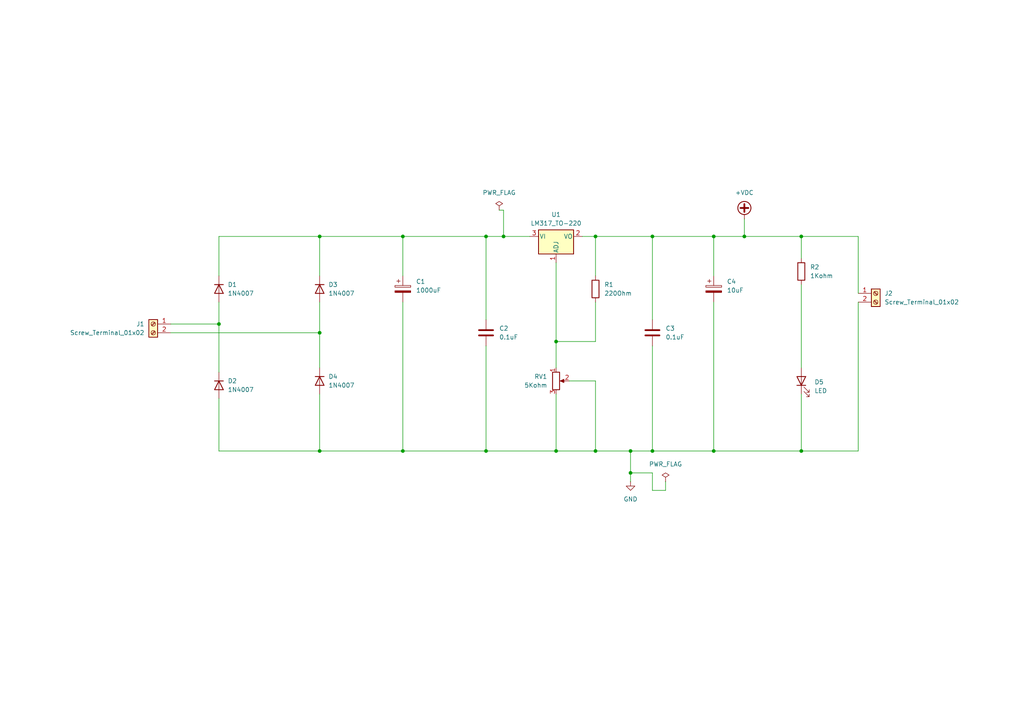
<source format=kicad_sch>
(kicad_sch
	(version 20231120)
	(generator "eeschema")
	(generator_version "8.0")
	(uuid "b4681161-c6ae-4efd-8c68-df7d3bd26204")
	(paper "A4")
	(lib_symbols
		(symbol "Connector:Screw_Terminal_01x02"
			(pin_names
				(offset 1.016) hide)
			(exclude_from_sim no)
			(in_bom yes)
			(on_board yes)
			(property "Reference" "J"
				(at 0 2.54 0)
				(effects
					(font
						(size 1.27 1.27)
					)
				)
			)
			(property "Value" "Screw_Terminal_01x02"
				(at 0 -5.08 0)
				(effects
					(font
						(size 1.27 1.27)
					)
				)
			)
			(property "Footprint" ""
				(at 0 0 0)
				(effects
					(font
						(size 1.27 1.27)
					)
					(hide yes)
				)
			)
			(property "Datasheet" "~"
				(at 0 0 0)
				(effects
					(font
						(size 1.27 1.27)
					)
					(hide yes)
				)
			)
			(property "Description" "Generic screw terminal, single row, 01x02, script generated (kicad-library-utils/schlib/autogen/connector/)"
				(at 0 0 0)
				(effects
					(font
						(size 1.27 1.27)
					)
					(hide yes)
				)
			)
			(property "ki_keywords" "screw terminal"
				(at 0 0 0)
				(effects
					(font
						(size 1.27 1.27)
					)
					(hide yes)
				)
			)
			(property "ki_fp_filters" "TerminalBlock*:*"
				(at 0 0 0)
				(effects
					(font
						(size 1.27 1.27)
					)
					(hide yes)
				)
			)
			(symbol "Screw_Terminal_01x02_1_1"
				(rectangle
					(start -1.27 1.27)
					(end 1.27 -3.81)
					(stroke
						(width 0.254)
						(type default)
					)
					(fill
						(type background)
					)
				)
				(circle
					(center 0 -2.54)
					(radius 0.635)
					(stroke
						(width 0.1524)
						(type default)
					)
					(fill
						(type none)
					)
				)
				(polyline
					(pts
						(xy -0.5334 -2.2098) (xy 0.3302 -3.048)
					)
					(stroke
						(width 0.1524)
						(type default)
					)
					(fill
						(type none)
					)
				)
				(polyline
					(pts
						(xy -0.5334 0.3302) (xy 0.3302 -0.508)
					)
					(stroke
						(width 0.1524)
						(type default)
					)
					(fill
						(type none)
					)
				)
				(polyline
					(pts
						(xy -0.3556 -2.032) (xy 0.508 -2.8702)
					)
					(stroke
						(width 0.1524)
						(type default)
					)
					(fill
						(type none)
					)
				)
				(polyline
					(pts
						(xy -0.3556 0.508) (xy 0.508 -0.3302)
					)
					(stroke
						(width 0.1524)
						(type default)
					)
					(fill
						(type none)
					)
				)
				(circle
					(center 0 0)
					(radius 0.635)
					(stroke
						(width 0.1524)
						(type default)
					)
					(fill
						(type none)
					)
				)
				(pin passive line
					(at -5.08 0 0)
					(length 3.81)
					(name "Pin_1"
						(effects
							(font
								(size 1.27 1.27)
							)
						)
					)
					(number "1"
						(effects
							(font
								(size 1.27 1.27)
							)
						)
					)
				)
				(pin passive line
					(at -5.08 -2.54 0)
					(length 3.81)
					(name "Pin_2"
						(effects
							(font
								(size 1.27 1.27)
							)
						)
					)
					(number "2"
						(effects
							(font
								(size 1.27 1.27)
							)
						)
					)
				)
			)
		)
		(symbol "Device:C"
			(pin_numbers hide)
			(pin_names
				(offset 0.254)
			)
			(exclude_from_sim no)
			(in_bom yes)
			(on_board yes)
			(property "Reference" "C"
				(at 0.635 2.54 0)
				(effects
					(font
						(size 1.27 1.27)
					)
					(justify left)
				)
			)
			(property "Value" "C"
				(at 0.635 -2.54 0)
				(effects
					(font
						(size 1.27 1.27)
					)
					(justify left)
				)
			)
			(property "Footprint" ""
				(at 0.9652 -3.81 0)
				(effects
					(font
						(size 1.27 1.27)
					)
					(hide yes)
				)
			)
			(property "Datasheet" "~"
				(at 0 0 0)
				(effects
					(font
						(size 1.27 1.27)
					)
					(hide yes)
				)
			)
			(property "Description" "Unpolarized capacitor"
				(at 0 0 0)
				(effects
					(font
						(size 1.27 1.27)
					)
					(hide yes)
				)
			)
			(property "ki_keywords" "cap capacitor"
				(at 0 0 0)
				(effects
					(font
						(size 1.27 1.27)
					)
					(hide yes)
				)
			)
			(property "ki_fp_filters" "C_*"
				(at 0 0 0)
				(effects
					(font
						(size 1.27 1.27)
					)
					(hide yes)
				)
			)
			(symbol "C_0_1"
				(polyline
					(pts
						(xy -2.032 -0.762) (xy 2.032 -0.762)
					)
					(stroke
						(width 0.508)
						(type default)
					)
					(fill
						(type none)
					)
				)
				(polyline
					(pts
						(xy -2.032 0.762) (xy 2.032 0.762)
					)
					(stroke
						(width 0.508)
						(type default)
					)
					(fill
						(type none)
					)
				)
			)
			(symbol "C_1_1"
				(pin passive line
					(at 0 3.81 270)
					(length 2.794)
					(name "~"
						(effects
							(font
								(size 1.27 1.27)
							)
						)
					)
					(number "1"
						(effects
							(font
								(size 1.27 1.27)
							)
						)
					)
				)
				(pin passive line
					(at 0 -3.81 90)
					(length 2.794)
					(name "~"
						(effects
							(font
								(size 1.27 1.27)
							)
						)
					)
					(number "2"
						(effects
							(font
								(size 1.27 1.27)
							)
						)
					)
				)
			)
		)
		(symbol "Device:C_Polarized"
			(pin_numbers hide)
			(pin_names
				(offset 0.254)
			)
			(exclude_from_sim no)
			(in_bom yes)
			(on_board yes)
			(property "Reference" "C"
				(at 0.635 2.54 0)
				(effects
					(font
						(size 1.27 1.27)
					)
					(justify left)
				)
			)
			(property "Value" "C_Polarized"
				(at 0.635 -2.54 0)
				(effects
					(font
						(size 1.27 1.27)
					)
					(justify left)
				)
			)
			(property "Footprint" ""
				(at 0.9652 -3.81 0)
				(effects
					(font
						(size 1.27 1.27)
					)
					(hide yes)
				)
			)
			(property "Datasheet" "~"
				(at 0 0 0)
				(effects
					(font
						(size 1.27 1.27)
					)
					(hide yes)
				)
			)
			(property "Description" "Polarized capacitor"
				(at 0 0 0)
				(effects
					(font
						(size 1.27 1.27)
					)
					(hide yes)
				)
			)
			(property "ki_keywords" "cap capacitor"
				(at 0 0 0)
				(effects
					(font
						(size 1.27 1.27)
					)
					(hide yes)
				)
			)
			(property "ki_fp_filters" "CP_*"
				(at 0 0 0)
				(effects
					(font
						(size 1.27 1.27)
					)
					(hide yes)
				)
			)
			(symbol "C_Polarized_0_1"
				(rectangle
					(start -2.286 0.508)
					(end 2.286 1.016)
					(stroke
						(width 0)
						(type default)
					)
					(fill
						(type none)
					)
				)
				(polyline
					(pts
						(xy -1.778 2.286) (xy -0.762 2.286)
					)
					(stroke
						(width 0)
						(type default)
					)
					(fill
						(type none)
					)
				)
				(polyline
					(pts
						(xy -1.27 2.794) (xy -1.27 1.778)
					)
					(stroke
						(width 0)
						(type default)
					)
					(fill
						(type none)
					)
				)
				(rectangle
					(start 2.286 -0.508)
					(end -2.286 -1.016)
					(stroke
						(width 0)
						(type default)
					)
					(fill
						(type outline)
					)
				)
			)
			(symbol "C_Polarized_1_1"
				(pin passive line
					(at 0 3.81 270)
					(length 2.794)
					(name "~"
						(effects
							(font
								(size 1.27 1.27)
							)
						)
					)
					(number "1"
						(effects
							(font
								(size 1.27 1.27)
							)
						)
					)
				)
				(pin passive line
					(at 0 -3.81 90)
					(length 2.794)
					(name "~"
						(effects
							(font
								(size 1.27 1.27)
							)
						)
					)
					(number "2"
						(effects
							(font
								(size 1.27 1.27)
							)
						)
					)
				)
			)
		)
		(symbol "Device:LED"
			(pin_numbers hide)
			(pin_names
				(offset 1.016) hide)
			(exclude_from_sim no)
			(in_bom yes)
			(on_board yes)
			(property "Reference" "D"
				(at 0 2.54 0)
				(effects
					(font
						(size 1.27 1.27)
					)
				)
			)
			(property "Value" "LED"
				(at 0 -2.54 0)
				(effects
					(font
						(size 1.27 1.27)
					)
				)
			)
			(property "Footprint" ""
				(at 0 0 0)
				(effects
					(font
						(size 1.27 1.27)
					)
					(hide yes)
				)
			)
			(property "Datasheet" "~"
				(at 0 0 0)
				(effects
					(font
						(size 1.27 1.27)
					)
					(hide yes)
				)
			)
			(property "Description" "Light emitting diode"
				(at 0 0 0)
				(effects
					(font
						(size 1.27 1.27)
					)
					(hide yes)
				)
			)
			(property "ki_keywords" "LED diode"
				(at 0 0 0)
				(effects
					(font
						(size 1.27 1.27)
					)
					(hide yes)
				)
			)
			(property "ki_fp_filters" "LED* LED_SMD:* LED_THT:*"
				(at 0 0 0)
				(effects
					(font
						(size 1.27 1.27)
					)
					(hide yes)
				)
			)
			(symbol "LED_0_1"
				(polyline
					(pts
						(xy -1.27 -1.27) (xy -1.27 1.27)
					)
					(stroke
						(width 0.254)
						(type default)
					)
					(fill
						(type none)
					)
				)
				(polyline
					(pts
						(xy -1.27 0) (xy 1.27 0)
					)
					(stroke
						(width 0)
						(type default)
					)
					(fill
						(type none)
					)
				)
				(polyline
					(pts
						(xy 1.27 -1.27) (xy 1.27 1.27) (xy -1.27 0) (xy 1.27 -1.27)
					)
					(stroke
						(width 0.254)
						(type default)
					)
					(fill
						(type none)
					)
				)
				(polyline
					(pts
						(xy -3.048 -0.762) (xy -4.572 -2.286) (xy -3.81 -2.286) (xy -4.572 -2.286) (xy -4.572 -1.524)
					)
					(stroke
						(width 0)
						(type default)
					)
					(fill
						(type none)
					)
				)
				(polyline
					(pts
						(xy -1.778 -0.762) (xy -3.302 -2.286) (xy -2.54 -2.286) (xy -3.302 -2.286) (xy -3.302 -1.524)
					)
					(stroke
						(width 0)
						(type default)
					)
					(fill
						(type none)
					)
				)
			)
			(symbol "LED_1_1"
				(pin passive line
					(at -3.81 0 0)
					(length 2.54)
					(name "K"
						(effects
							(font
								(size 1.27 1.27)
							)
						)
					)
					(number "1"
						(effects
							(font
								(size 1.27 1.27)
							)
						)
					)
				)
				(pin passive line
					(at 3.81 0 180)
					(length 2.54)
					(name "A"
						(effects
							(font
								(size 1.27 1.27)
							)
						)
					)
					(number "2"
						(effects
							(font
								(size 1.27 1.27)
							)
						)
					)
				)
			)
		)
		(symbol "Device:R"
			(pin_numbers hide)
			(pin_names
				(offset 0)
			)
			(exclude_from_sim no)
			(in_bom yes)
			(on_board yes)
			(property "Reference" "R"
				(at 2.032 0 90)
				(effects
					(font
						(size 1.27 1.27)
					)
				)
			)
			(property "Value" "R"
				(at 0 0 90)
				(effects
					(font
						(size 1.27 1.27)
					)
				)
			)
			(property "Footprint" ""
				(at -1.778 0 90)
				(effects
					(font
						(size 1.27 1.27)
					)
					(hide yes)
				)
			)
			(property "Datasheet" "~"
				(at 0 0 0)
				(effects
					(font
						(size 1.27 1.27)
					)
					(hide yes)
				)
			)
			(property "Description" "Resistor"
				(at 0 0 0)
				(effects
					(font
						(size 1.27 1.27)
					)
					(hide yes)
				)
			)
			(property "ki_keywords" "R res resistor"
				(at 0 0 0)
				(effects
					(font
						(size 1.27 1.27)
					)
					(hide yes)
				)
			)
			(property "ki_fp_filters" "R_*"
				(at 0 0 0)
				(effects
					(font
						(size 1.27 1.27)
					)
					(hide yes)
				)
			)
			(symbol "R_0_1"
				(rectangle
					(start -1.016 -2.54)
					(end 1.016 2.54)
					(stroke
						(width 0.254)
						(type default)
					)
					(fill
						(type none)
					)
				)
			)
			(symbol "R_1_1"
				(pin passive line
					(at 0 3.81 270)
					(length 1.27)
					(name "~"
						(effects
							(font
								(size 1.27 1.27)
							)
						)
					)
					(number "1"
						(effects
							(font
								(size 1.27 1.27)
							)
						)
					)
				)
				(pin passive line
					(at 0 -3.81 90)
					(length 1.27)
					(name "~"
						(effects
							(font
								(size 1.27 1.27)
							)
						)
					)
					(number "2"
						(effects
							(font
								(size 1.27 1.27)
							)
						)
					)
				)
			)
		)
		(symbol "Device:R_Potentiometer"
			(pin_names
				(offset 1.016) hide)
			(exclude_from_sim no)
			(in_bom yes)
			(on_board yes)
			(property "Reference" "RV"
				(at -4.445 0 90)
				(effects
					(font
						(size 1.27 1.27)
					)
				)
			)
			(property "Value" "R_Potentiometer"
				(at -2.54 0 90)
				(effects
					(font
						(size 1.27 1.27)
					)
				)
			)
			(property "Footprint" ""
				(at 0 0 0)
				(effects
					(font
						(size 1.27 1.27)
					)
					(hide yes)
				)
			)
			(property "Datasheet" "~"
				(at 0 0 0)
				(effects
					(font
						(size 1.27 1.27)
					)
					(hide yes)
				)
			)
			(property "Description" "Potentiometer"
				(at 0 0 0)
				(effects
					(font
						(size 1.27 1.27)
					)
					(hide yes)
				)
			)
			(property "ki_keywords" "resistor variable"
				(at 0 0 0)
				(effects
					(font
						(size 1.27 1.27)
					)
					(hide yes)
				)
			)
			(property "ki_fp_filters" "Potentiometer*"
				(at 0 0 0)
				(effects
					(font
						(size 1.27 1.27)
					)
					(hide yes)
				)
			)
			(symbol "R_Potentiometer_0_1"
				(polyline
					(pts
						(xy 2.54 0) (xy 1.524 0)
					)
					(stroke
						(width 0)
						(type default)
					)
					(fill
						(type none)
					)
				)
				(polyline
					(pts
						(xy 1.143 0) (xy 2.286 0.508) (xy 2.286 -0.508) (xy 1.143 0)
					)
					(stroke
						(width 0)
						(type default)
					)
					(fill
						(type outline)
					)
				)
				(rectangle
					(start 1.016 2.54)
					(end -1.016 -2.54)
					(stroke
						(width 0.254)
						(type default)
					)
					(fill
						(type none)
					)
				)
			)
			(symbol "R_Potentiometer_1_1"
				(pin passive line
					(at 0 3.81 270)
					(length 1.27)
					(name "1"
						(effects
							(font
								(size 1.27 1.27)
							)
						)
					)
					(number "1"
						(effects
							(font
								(size 1.27 1.27)
							)
						)
					)
				)
				(pin passive line
					(at 3.81 0 180)
					(length 1.27)
					(name "2"
						(effects
							(font
								(size 1.27 1.27)
							)
						)
					)
					(number "2"
						(effects
							(font
								(size 1.27 1.27)
							)
						)
					)
				)
				(pin passive line
					(at 0 -3.81 90)
					(length 1.27)
					(name "3"
						(effects
							(font
								(size 1.27 1.27)
							)
						)
					)
					(number "3"
						(effects
							(font
								(size 1.27 1.27)
							)
						)
					)
				)
			)
		)
		(symbol "Diode:1N4007"
			(pin_numbers hide)
			(pin_names hide)
			(exclude_from_sim no)
			(in_bom yes)
			(on_board yes)
			(property "Reference" "D"
				(at 0 2.54 0)
				(effects
					(font
						(size 1.27 1.27)
					)
				)
			)
			(property "Value" "1N4007"
				(at 0 -2.54 0)
				(effects
					(font
						(size 1.27 1.27)
					)
				)
			)
			(property "Footprint" "Diode_THT:D_DO-41_SOD81_P10.16mm_Horizontal"
				(at 0 -4.445 0)
				(effects
					(font
						(size 1.27 1.27)
					)
					(hide yes)
				)
			)
			(property "Datasheet" "http://www.vishay.com/docs/88503/1n4001.pdf"
				(at 0 0 0)
				(effects
					(font
						(size 1.27 1.27)
					)
					(hide yes)
				)
			)
			(property "Description" "1000V 1A General Purpose Rectifier Diode, DO-41"
				(at 0 0 0)
				(effects
					(font
						(size 1.27 1.27)
					)
					(hide yes)
				)
			)
			(property "Sim.Device" "D"
				(at 0 0 0)
				(effects
					(font
						(size 1.27 1.27)
					)
					(hide yes)
				)
			)
			(property "Sim.Pins" "1=K 2=A"
				(at 0 0 0)
				(effects
					(font
						(size 1.27 1.27)
					)
					(hide yes)
				)
			)
			(property "ki_keywords" "diode"
				(at 0 0 0)
				(effects
					(font
						(size 1.27 1.27)
					)
					(hide yes)
				)
			)
			(property "ki_fp_filters" "D*DO?41*"
				(at 0 0 0)
				(effects
					(font
						(size 1.27 1.27)
					)
					(hide yes)
				)
			)
			(symbol "1N4007_0_1"
				(polyline
					(pts
						(xy -1.27 1.27) (xy -1.27 -1.27)
					)
					(stroke
						(width 0.254)
						(type default)
					)
					(fill
						(type none)
					)
				)
				(polyline
					(pts
						(xy 1.27 0) (xy -1.27 0)
					)
					(stroke
						(width 0)
						(type default)
					)
					(fill
						(type none)
					)
				)
				(polyline
					(pts
						(xy 1.27 1.27) (xy 1.27 -1.27) (xy -1.27 0) (xy 1.27 1.27)
					)
					(stroke
						(width 0.254)
						(type default)
					)
					(fill
						(type none)
					)
				)
			)
			(symbol "1N4007_1_1"
				(pin passive line
					(at -3.81 0 0)
					(length 2.54)
					(name "K"
						(effects
							(font
								(size 1.27 1.27)
							)
						)
					)
					(number "1"
						(effects
							(font
								(size 1.27 1.27)
							)
						)
					)
				)
				(pin passive line
					(at 3.81 0 180)
					(length 2.54)
					(name "A"
						(effects
							(font
								(size 1.27 1.27)
							)
						)
					)
					(number "2"
						(effects
							(font
								(size 1.27 1.27)
							)
						)
					)
				)
			)
		)
		(symbol "Regulator_Linear:LM317_TO-220"
			(pin_names
				(offset 0.254)
			)
			(exclude_from_sim no)
			(in_bom yes)
			(on_board yes)
			(property "Reference" "U"
				(at -3.81 3.175 0)
				(effects
					(font
						(size 1.27 1.27)
					)
				)
			)
			(property "Value" "LM317_TO-220"
				(at 0 3.175 0)
				(effects
					(font
						(size 1.27 1.27)
					)
					(justify left)
				)
			)
			(property "Footprint" "Package_TO_SOT_THT:TO-220-3_Vertical"
				(at 0 6.35 0)
				(effects
					(font
						(size 1.27 1.27)
						(italic yes)
					)
					(hide yes)
				)
			)
			(property "Datasheet" "http://www.ti.com/lit/ds/symlink/lm317.pdf"
				(at 0 0 0)
				(effects
					(font
						(size 1.27 1.27)
					)
					(hide yes)
				)
			)
			(property "Description" "1.5A 35V Adjustable Linear Regulator, TO-220"
				(at 0 0 0)
				(effects
					(font
						(size 1.27 1.27)
					)
					(hide yes)
				)
			)
			(property "ki_keywords" "Adjustable Voltage Regulator 1A Positive"
				(at 0 0 0)
				(effects
					(font
						(size 1.27 1.27)
					)
					(hide yes)
				)
			)
			(property "ki_fp_filters" "TO?220*"
				(at 0 0 0)
				(effects
					(font
						(size 1.27 1.27)
					)
					(hide yes)
				)
			)
			(symbol "LM317_TO-220_0_1"
				(rectangle
					(start -5.08 1.905)
					(end 5.08 -5.08)
					(stroke
						(width 0.254)
						(type default)
					)
					(fill
						(type background)
					)
				)
			)
			(symbol "LM317_TO-220_1_1"
				(pin input line
					(at 0 -7.62 90)
					(length 2.54)
					(name "ADJ"
						(effects
							(font
								(size 1.27 1.27)
							)
						)
					)
					(number "1"
						(effects
							(font
								(size 1.27 1.27)
							)
						)
					)
				)
				(pin power_out line
					(at 7.62 0 180)
					(length 2.54)
					(name "VO"
						(effects
							(font
								(size 1.27 1.27)
							)
						)
					)
					(number "2"
						(effects
							(font
								(size 1.27 1.27)
							)
						)
					)
				)
				(pin power_in line
					(at -7.62 0 0)
					(length 2.54)
					(name "VI"
						(effects
							(font
								(size 1.27 1.27)
							)
						)
					)
					(number "3"
						(effects
							(font
								(size 1.27 1.27)
							)
						)
					)
				)
			)
		)
		(symbol "power:+VDC"
			(power)
			(pin_numbers hide)
			(pin_names
				(offset 0) hide)
			(exclude_from_sim no)
			(in_bom yes)
			(on_board yes)
			(property "Reference" "#PWR"
				(at 0 -2.54 0)
				(effects
					(font
						(size 1.27 1.27)
					)
					(hide yes)
				)
			)
			(property "Value" "+VDC"
				(at 0 6.35 0)
				(effects
					(font
						(size 1.27 1.27)
					)
				)
			)
			(property "Footprint" ""
				(at 0 0 0)
				(effects
					(font
						(size 1.27 1.27)
					)
					(hide yes)
				)
			)
			(property "Datasheet" ""
				(at 0 0 0)
				(effects
					(font
						(size 1.27 1.27)
					)
					(hide yes)
				)
			)
			(property "Description" "Power symbol creates a global label with name \"+VDC\""
				(at 0 0 0)
				(effects
					(font
						(size 1.27 1.27)
					)
					(hide yes)
				)
			)
			(property "ki_keywords" "global power"
				(at 0 0 0)
				(effects
					(font
						(size 1.27 1.27)
					)
					(hide yes)
				)
			)
			(symbol "+VDC_0_1"
				(polyline
					(pts
						(xy -1.143 3.175) (xy 1.143 3.175)
					)
					(stroke
						(width 0.508)
						(type default)
					)
					(fill
						(type none)
					)
				)
				(polyline
					(pts
						(xy 0 0) (xy 0 1.27)
					)
					(stroke
						(width 0)
						(type default)
					)
					(fill
						(type none)
					)
				)
				(polyline
					(pts
						(xy 0 2.032) (xy 0 4.318)
					)
					(stroke
						(width 0.508)
						(type default)
					)
					(fill
						(type none)
					)
				)
				(circle
					(center 0 3.175)
					(radius 1.905)
					(stroke
						(width 0.254)
						(type default)
					)
					(fill
						(type none)
					)
				)
			)
			(symbol "+VDC_1_1"
				(pin power_in line
					(at 0 0 90)
					(length 0)
					(name "~"
						(effects
							(font
								(size 1.27 1.27)
							)
						)
					)
					(number "1"
						(effects
							(font
								(size 1.27 1.27)
							)
						)
					)
				)
			)
		)
		(symbol "power:GND"
			(power)
			(pin_numbers hide)
			(pin_names
				(offset 0) hide)
			(exclude_from_sim no)
			(in_bom yes)
			(on_board yes)
			(property "Reference" "#PWR"
				(at 0 -6.35 0)
				(effects
					(font
						(size 1.27 1.27)
					)
					(hide yes)
				)
			)
			(property "Value" "GND"
				(at 0 -3.81 0)
				(effects
					(font
						(size 1.27 1.27)
					)
				)
			)
			(property "Footprint" ""
				(at 0 0 0)
				(effects
					(font
						(size 1.27 1.27)
					)
					(hide yes)
				)
			)
			(property "Datasheet" ""
				(at 0 0 0)
				(effects
					(font
						(size 1.27 1.27)
					)
					(hide yes)
				)
			)
			(property "Description" "Power symbol creates a global label with name \"GND\" , ground"
				(at 0 0 0)
				(effects
					(font
						(size 1.27 1.27)
					)
					(hide yes)
				)
			)
			(property "ki_keywords" "global power"
				(at 0 0 0)
				(effects
					(font
						(size 1.27 1.27)
					)
					(hide yes)
				)
			)
			(symbol "GND_0_1"
				(polyline
					(pts
						(xy 0 0) (xy 0 -1.27) (xy 1.27 -1.27) (xy 0 -2.54) (xy -1.27 -1.27) (xy 0 -1.27)
					)
					(stroke
						(width 0)
						(type default)
					)
					(fill
						(type none)
					)
				)
			)
			(symbol "GND_1_1"
				(pin power_in line
					(at 0 0 270)
					(length 0)
					(name "~"
						(effects
							(font
								(size 1.27 1.27)
							)
						)
					)
					(number "1"
						(effects
							(font
								(size 1.27 1.27)
							)
						)
					)
				)
			)
		)
		(symbol "power:PWR_FLAG"
			(power)
			(pin_numbers hide)
			(pin_names
				(offset 0) hide)
			(exclude_from_sim no)
			(in_bom yes)
			(on_board yes)
			(property "Reference" "#FLG"
				(at 0 1.905 0)
				(effects
					(font
						(size 1.27 1.27)
					)
					(hide yes)
				)
			)
			(property "Value" "PWR_FLAG"
				(at 0 3.81 0)
				(effects
					(font
						(size 1.27 1.27)
					)
				)
			)
			(property "Footprint" ""
				(at 0 0 0)
				(effects
					(font
						(size 1.27 1.27)
					)
					(hide yes)
				)
			)
			(property "Datasheet" "~"
				(at 0 0 0)
				(effects
					(font
						(size 1.27 1.27)
					)
					(hide yes)
				)
			)
			(property "Description" "Special symbol for telling ERC where power comes from"
				(at 0 0 0)
				(effects
					(font
						(size 1.27 1.27)
					)
					(hide yes)
				)
			)
			(property "ki_keywords" "flag power"
				(at 0 0 0)
				(effects
					(font
						(size 1.27 1.27)
					)
					(hide yes)
				)
			)
			(symbol "PWR_FLAG_0_0"
				(pin power_out line
					(at 0 0 90)
					(length 0)
					(name "~"
						(effects
							(font
								(size 1.27 1.27)
							)
						)
					)
					(number "1"
						(effects
							(font
								(size 1.27 1.27)
							)
						)
					)
				)
			)
			(symbol "PWR_FLAG_0_1"
				(polyline
					(pts
						(xy 0 0) (xy 0 1.27) (xy -1.016 1.905) (xy 0 2.54) (xy 1.016 1.905) (xy 0 1.27)
					)
					(stroke
						(width 0)
						(type default)
					)
					(fill
						(type none)
					)
				)
			)
		)
	)
	(junction
		(at 92.71 130.81)
		(diameter 0)
		(color 0 0 0 0)
		(uuid "08164d57-6bd9-43a1-b0ee-8d893d4e754e")
	)
	(junction
		(at 146.05 68.58)
		(diameter 0)
		(color 0 0 0 0)
		(uuid "08b74d22-8507-4b5b-9b4a-aa1dfd272a20")
	)
	(junction
		(at 116.84 68.58)
		(diameter 0)
		(color 0 0 0 0)
		(uuid "08ba1914-676e-4476-9b38-ea668adf4ec4")
	)
	(junction
		(at 182.88 137.16)
		(diameter 0)
		(color 0 0 0 0)
		(uuid "109d2997-08e2-47e1-bb0c-4f5eb9a3bba6")
	)
	(junction
		(at 172.72 68.58)
		(diameter 0)
		(color 0 0 0 0)
		(uuid "1ce05437-18b9-445b-9cf6-7b92eb8c9036")
	)
	(junction
		(at 161.29 99.06)
		(diameter 0)
		(color 0 0 0 0)
		(uuid "2623149e-c7ae-4ab1-b741-ed2488a65280")
	)
	(junction
		(at 172.72 130.81)
		(diameter 0)
		(color 0 0 0 0)
		(uuid "2bb9137f-b910-45ed-9b52-157c6f51e101")
	)
	(junction
		(at 140.97 68.58)
		(diameter 0)
		(color 0 0 0 0)
		(uuid "529d0c12-bf81-498d-bc7c-c2e814237bdb")
	)
	(junction
		(at 215.9 68.58)
		(diameter 0)
		(color 0 0 0 0)
		(uuid "584158c2-64f0-485d-9bb0-059f5b6eadda")
	)
	(junction
		(at 182.88 130.81)
		(diameter 0)
		(color 0 0 0 0)
		(uuid "65b61034-0ae2-423d-950d-5848f88948eb")
	)
	(junction
		(at 161.29 130.81)
		(diameter 0)
		(color 0 0 0 0)
		(uuid "7bf17aca-76b9-4139-b9fe-a3fdd512d4f2")
	)
	(junction
		(at 92.71 96.52)
		(diameter 0)
		(color 0 0 0 0)
		(uuid "a1132b90-72be-4b34-81ac-5a993b5dfd1e")
	)
	(junction
		(at 207.01 130.81)
		(diameter 0)
		(color 0 0 0 0)
		(uuid "b7f01506-077a-41ca-9407-1aa8f835df07")
	)
	(junction
		(at 189.23 68.58)
		(diameter 0)
		(color 0 0 0 0)
		(uuid "b8f6bedb-55a8-4007-8536-664efc83a920")
	)
	(junction
		(at 116.84 130.81)
		(diameter 0)
		(color 0 0 0 0)
		(uuid "c566e034-5849-427e-add1-7ed7e6c0f9a2")
	)
	(junction
		(at 232.41 130.81)
		(diameter 0)
		(color 0 0 0 0)
		(uuid "c9df1c22-e3a3-42eb-9576-947dd456873f")
	)
	(junction
		(at 140.97 130.81)
		(diameter 0)
		(color 0 0 0 0)
		(uuid "cdeeb4c0-d9b5-4d21-8f2e-22ade7a96b02")
	)
	(junction
		(at 189.23 130.81)
		(diameter 0)
		(color 0 0 0 0)
		(uuid "dd632014-cd86-41d8-bd98-3a7b4ca1360d")
	)
	(junction
		(at 63.5 93.98)
		(diameter 0)
		(color 0 0 0 0)
		(uuid "eb78dd67-0ac8-4235-8653-8436eeff0c4a")
	)
	(junction
		(at 207.01 68.58)
		(diameter 0)
		(color 0 0 0 0)
		(uuid "eb7e4128-881b-4238-b3a4-c54946026b04")
	)
	(junction
		(at 92.71 68.58)
		(diameter 0)
		(color 0 0 0 0)
		(uuid "efde7aa6-e272-44b6-abea-a85f104a5d85")
	)
	(junction
		(at 232.41 68.58)
		(diameter 0)
		(color 0 0 0 0)
		(uuid "f4fda835-d8e4-4cbf-8bb7-77c0173290af")
	)
	(wire
		(pts
			(xy 168.91 68.58) (xy 172.72 68.58)
		)
		(stroke
			(width 0)
			(type default)
		)
		(uuid "03df675c-c262-424d-9471-4e9046392077")
	)
	(wire
		(pts
			(xy 232.41 82.55) (xy 232.41 106.68)
		)
		(stroke
			(width 0)
			(type default)
		)
		(uuid "04da72cb-c3e5-4623-afb5-fc4f635013b3")
	)
	(wire
		(pts
			(xy 144.78 60.96) (xy 146.05 60.96)
		)
		(stroke
			(width 0)
			(type default)
		)
		(uuid "05db55fb-2696-4e90-af3d-0f2c5eacb29a")
	)
	(wire
		(pts
			(xy 63.5 115.57) (xy 63.5 130.81)
		)
		(stroke
			(width 0)
			(type default)
		)
		(uuid "07b655ae-78fa-43ba-a914-fbb1d5e2b009")
	)
	(wire
		(pts
			(xy 140.97 100.33) (xy 140.97 130.81)
		)
		(stroke
			(width 0)
			(type default)
		)
		(uuid "0b4ebcac-e640-4476-ae02-4eac91ff0060")
	)
	(wire
		(pts
			(xy 165.1 110.49) (xy 172.72 110.49)
		)
		(stroke
			(width 0)
			(type default)
		)
		(uuid "0e79cad1-1576-40c2-a14b-c1adf4af5714")
	)
	(wire
		(pts
			(xy 92.71 114.3) (xy 92.71 130.81)
		)
		(stroke
			(width 0)
			(type default)
		)
		(uuid "0f472011-0e6b-4e6d-bc7b-ebd6a9b4c31a")
	)
	(wire
		(pts
			(xy 248.92 130.81) (xy 248.92 87.63)
		)
		(stroke
			(width 0)
			(type default)
		)
		(uuid "16e66496-8247-40c2-92bb-9342919a9378")
	)
	(wire
		(pts
			(xy 182.88 137.16) (xy 189.23 137.16)
		)
		(stroke
			(width 0)
			(type default)
		)
		(uuid "180b29f8-7e2b-4a86-b1d3-de0610d4f428")
	)
	(wire
		(pts
			(xy 63.5 93.98) (xy 63.5 107.95)
		)
		(stroke
			(width 0)
			(type default)
		)
		(uuid "1a297b6e-5626-4a8f-ae44-d18531099fe5")
	)
	(wire
		(pts
			(xy 49.53 93.98) (xy 63.5 93.98)
		)
		(stroke
			(width 0)
			(type default)
		)
		(uuid "23580e3b-613e-430f-b1e3-c728073cd857")
	)
	(wire
		(pts
			(xy 207.01 68.58) (xy 207.01 80.01)
		)
		(stroke
			(width 0)
			(type default)
		)
		(uuid "23ecd1da-f875-4353-a187-820dd4b64bf9")
	)
	(wire
		(pts
			(xy 146.05 60.96) (xy 146.05 68.58)
		)
		(stroke
			(width 0)
			(type default)
		)
		(uuid "2c37a7bc-17f6-489d-bfaa-225f76407811")
	)
	(wire
		(pts
			(xy 182.88 130.81) (xy 182.88 137.16)
		)
		(stroke
			(width 0)
			(type default)
		)
		(uuid "33e39198-f612-420c-bdbd-6519062c4e39")
	)
	(wire
		(pts
			(xy 172.72 68.58) (xy 189.23 68.58)
		)
		(stroke
			(width 0)
			(type default)
		)
		(uuid "393de3d4-0025-40ae-abc7-5fb44d0373ea")
	)
	(wire
		(pts
			(xy 92.71 68.58) (xy 92.71 80.01)
		)
		(stroke
			(width 0)
			(type default)
		)
		(uuid "3e6562bb-369d-4de5-ad5b-cfbfb9bf18a3")
	)
	(wire
		(pts
			(xy 161.29 99.06) (xy 161.29 106.68)
		)
		(stroke
			(width 0)
			(type default)
		)
		(uuid "407b32ad-01fc-4c14-98d0-afb2cc4498df")
	)
	(wire
		(pts
			(xy 172.72 130.81) (xy 182.88 130.81)
		)
		(stroke
			(width 0)
			(type default)
		)
		(uuid "441783e0-208b-4831-be29-725fa326a451")
	)
	(wire
		(pts
			(xy 207.01 87.63) (xy 207.01 130.81)
		)
		(stroke
			(width 0)
			(type default)
		)
		(uuid "46cec357-8d66-436e-99a8-5b8ca7decdf1")
	)
	(wire
		(pts
			(xy 140.97 130.81) (xy 161.29 130.81)
		)
		(stroke
			(width 0)
			(type default)
		)
		(uuid "49b428bd-2a41-4bc6-b544-9bc9410454e3")
	)
	(wire
		(pts
			(xy 189.23 68.58) (xy 207.01 68.58)
		)
		(stroke
			(width 0)
			(type default)
		)
		(uuid "5489c9c6-ea97-421f-9b1f-75dc59d9355a")
	)
	(wire
		(pts
			(xy 92.71 96.52) (xy 92.71 106.68)
		)
		(stroke
			(width 0)
			(type default)
		)
		(uuid "580b319a-c261-4d78-ad07-49ad751722b3")
	)
	(wire
		(pts
			(xy 49.53 96.52) (xy 92.71 96.52)
		)
		(stroke
			(width 0)
			(type default)
		)
		(uuid "5bbf9bf1-7a7b-4916-aa47-adf1f56e0877")
	)
	(wire
		(pts
			(xy 182.88 137.16) (xy 182.88 139.7)
		)
		(stroke
			(width 0)
			(type default)
		)
		(uuid "5d77e84c-4a6f-4ae7-9889-0989d6bb47ec")
	)
	(wire
		(pts
			(xy 116.84 68.58) (xy 92.71 68.58)
		)
		(stroke
			(width 0)
			(type default)
		)
		(uuid "69574f06-f1b2-4a8f-93a6-65791d07823e")
	)
	(wire
		(pts
			(xy 161.29 76.2) (xy 161.29 99.06)
		)
		(stroke
			(width 0)
			(type default)
		)
		(uuid "6c57e5a6-4826-4013-9f08-4068df4b8f58")
	)
	(wire
		(pts
			(xy 140.97 68.58) (xy 146.05 68.58)
		)
		(stroke
			(width 0)
			(type default)
		)
		(uuid "71efec0a-ee5c-47f4-af11-eac146744885")
	)
	(wire
		(pts
			(xy 189.23 68.58) (xy 189.23 92.71)
		)
		(stroke
			(width 0)
			(type default)
		)
		(uuid "73038293-b9e7-4930-a5d4-9a39042c59ee")
	)
	(wire
		(pts
			(xy 232.41 68.58) (xy 232.41 74.93)
		)
		(stroke
			(width 0)
			(type default)
		)
		(uuid "7675fcc4-916d-44a2-8a42-6e16aabf42b8")
	)
	(wire
		(pts
			(xy 189.23 100.33) (xy 189.23 130.81)
		)
		(stroke
			(width 0)
			(type default)
		)
		(uuid "7d62b02b-4574-4431-902d-a8f7119fd641")
	)
	(wire
		(pts
			(xy 189.23 130.81) (xy 207.01 130.81)
		)
		(stroke
			(width 0)
			(type default)
		)
		(uuid "7f7082c9-3316-4e0a-a57f-b31eb0f246a7")
	)
	(wire
		(pts
			(xy 92.71 130.81) (xy 116.84 130.81)
		)
		(stroke
			(width 0)
			(type default)
		)
		(uuid "7f944490-428d-42e9-945a-f5da7c80c413")
	)
	(wire
		(pts
			(xy 161.29 130.81) (xy 172.72 130.81)
		)
		(stroke
			(width 0)
			(type default)
		)
		(uuid "837334c6-4e7e-419a-aeb2-94eb938db93c")
	)
	(wire
		(pts
			(xy 232.41 114.3) (xy 232.41 130.81)
		)
		(stroke
			(width 0)
			(type default)
		)
		(uuid "867e787d-35ac-4e68-8397-441cfc588ee6")
	)
	(wire
		(pts
			(xy 161.29 114.3) (xy 161.29 130.81)
		)
		(stroke
			(width 0)
			(type default)
		)
		(uuid "91be3c9a-c87d-41ba-8f3b-8f835d5e3d5d")
	)
	(wire
		(pts
			(xy 189.23 137.16) (xy 189.23 142.24)
		)
		(stroke
			(width 0)
			(type default)
		)
		(uuid "98b47922-39b5-4c35-9c45-ae9f41b038fd")
	)
	(wire
		(pts
			(xy 92.71 68.58) (xy 63.5 68.58)
		)
		(stroke
			(width 0)
			(type default)
		)
		(uuid "9b57bcf0-0ef3-4f7a-b282-21b6cfb12817")
	)
	(wire
		(pts
			(xy 63.5 68.58) (xy 63.5 80.01)
		)
		(stroke
			(width 0)
			(type default)
		)
		(uuid "9b6a0e96-ff84-4df6-ba24-642f60b107e1")
	)
	(wire
		(pts
			(xy 189.23 142.24) (xy 193.04 142.24)
		)
		(stroke
			(width 0)
			(type default)
		)
		(uuid "9dfd1ca5-0657-499c-932a-1f258c3771b1")
	)
	(wire
		(pts
			(xy 172.72 110.49) (xy 172.72 130.81)
		)
		(stroke
			(width 0)
			(type default)
		)
		(uuid "9e0516e6-db6d-40a8-b1d1-3a18f71eaa65")
	)
	(wire
		(pts
			(xy 215.9 68.58) (xy 232.41 68.58)
		)
		(stroke
			(width 0)
			(type default)
		)
		(uuid "9e4e6618-1d2e-4e09-a240-7a4e4070e820")
	)
	(wire
		(pts
			(xy 232.41 130.81) (xy 248.92 130.81)
		)
		(stroke
			(width 0)
			(type default)
		)
		(uuid "a343e61c-67ba-436e-a940-bb3d192e842e")
	)
	(wire
		(pts
			(xy 116.84 87.63) (xy 116.84 130.81)
		)
		(stroke
			(width 0)
			(type default)
		)
		(uuid "a57393bb-0e5c-41de-9f4a-5353e6fd4812")
	)
	(wire
		(pts
			(xy 116.84 130.81) (xy 140.97 130.81)
		)
		(stroke
			(width 0)
			(type default)
		)
		(uuid "a8abc621-d2dc-4c2e-847f-022666fffe54")
	)
	(wire
		(pts
			(xy 215.9 63.5) (xy 215.9 68.58)
		)
		(stroke
			(width 0)
			(type default)
		)
		(uuid "b033bfde-1c68-4c74-9975-4c7fa8561554")
	)
	(wire
		(pts
			(xy 248.92 68.58) (xy 248.92 85.09)
		)
		(stroke
			(width 0)
			(type default)
		)
		(uuid "b9ff09bd-ac97-431d-9426-6c492251a734")
	)
	(wire
		(pts
			(xy 140.97 68.58) (xy 140.97 92.71)
		)
		(stroke
			(width 0)
			(type default)
		)
		(uuid "bb8c3e44-8898-41c7-9acf-5507951f4726")
	)
	(wire
		(pts
			(xy 207.01 68.58) (xy 215.9 68.58)
		)
		(stroke
			(width 0)
			(type default)
		)
		(uuid "bee92076-f113-4767-b6e9-42695753f672")
	)
	(wire
		(pts
			(xy 140.97 68.58) (xy 116.84 68.58)
		)
		(stroke
			(width 0)
			(type default)
		)
		(uuid "c1a44e06-0f1d-4397-a79e-6181b30fd083")
	)
	(wire
		(pts
			(xy 116.84 68.58) (xy 116.84 80.01)
		)
		(stroke
			(width 0)
			(type default)
		)
		(uuid "c4b374e2-3a75-4a9c-b6f4-1d735dfe3afe")
	)
	(wire
		(pts
			(xy 172.72 68.58) (xy 172.72 80.01)
		)
		(stroke
			(width 0)
			(type default)
		)
		(uuid "c5178e67-ed55-49e3-9ab9-70a9b304a792")
	)
	(wire
		(pts
			(xy 63.5 93.98) (xy 63.5 87.63)
		)
		(stroke
			(width 0)
			(type default)
		)
		(uuid "c8f63725-6753-4cdb-9120-e0ca49cb7dda")
	)
	(wire
		(pts
			(xy 146.05 68.58) (xy 153.67 68.58)
		)
		(stroke
			(width 0)
			(type default)
		)
		(uuid "d644841b-1632-4399-b71b-0d12524112f5")
	)
	(wire
		(pts
			(xy 63.5 130.81) (xy 92.71 130.81)
		)
		(stroke
			(width 0)
			(type default)
		)
		(uuid "de54cd90-b905-419c-a370-e4e4be5ebb6d")
	)
	(wire
		(pts
			(xy 207.01 130.81) (xy 232.41 130.81)
		)
		(stroke
			(width 0)
			(type default)
		)
		(uuid "e09cf859-cc1d-4390-8a05-689ece6b1f2f")
	)
	(wire
		(pts
			(xy 172.72 87.63) (xy 172.72 99.06)
		)
		(stroke
			(width 0)
			(type default)
		)
		(uuid "e2afbf64-21f8-4439-a37f-50c786e7a871")
	)
	(wire
		(pts
			(xy 182.88 130.81) (xy 189.23 130.81)
		)
		(stroke
			(width 0)
			(type default)
		)
		(uuid "e5608ec3-06d7-428c-ab9f-e2df8fab5f41")
	)
	(wire
		(pts
			(xy 193.04 142.24) (xy 193.04 139.7)
		)
		(stroke
			(width 0)
			(type default)
		)
		(uuid "ead5cd98-6b46-4de1-9b00-56dc39219298")
	)
	(wire
		(pts
			(xy 92.71 87.63) (xy 92.71 96.52)
		)
		(stroke
			(width 0)
			(type default)
		)
		(uuid "eb9b3cdc-0968-4b77-971e-81dda64f32fe")
	)
	(wire
		(pts
			(xy 172.72 99.06) (xy 161.29 99.06)
		)
		(stroke
			(width 0)
			(type default)
		)
		(uuid "f22d1eeb-83f7-4a61-aad1-5fe202ddc079")
	)
	(wire
		(pts
			(xy 232.41 68.58) (xy 248.92 68.58)
		)
		(stroke
			(width 0)
			(type default)
		)
		(uuid "f4e9bba1-9500-4e47-9311-ceff737e298e")
	)
	(symbol
		(lib_id "power:GND")
		(at 182.88 139.7 0)
		(unit 1)
		(exclude_from_sim no)
		(in_bom yes)
		(on_board yes)
		(dnp no)
		(fields_autoplaced yes)
		(uuid "038bf26b-6457-4cf1-af24-d7c7646d88ab")
		(property "Reference" "#PWR01"
			(at 182.88 146.05 0)
			(effects
				(font
					(size 1.27 1.27)
				)
				(hide yes)
			)
		)
		(property "Value" "GND"
			(at 182.88 144.78 0)
			(effects
				(font
					(size 1.27 1.27)
				)
			)
		)
		(property "Footprint" ""
			(at 182.88 139.7 0)
			(effects
				(font
					(size 1.27 1.27)
				)
				(hide yes)
			)
		)
		(property "Datasheet" ""
			(at 182.88 139.7 0)
			(effects
				(font
					(size 1.27 1.27)
				)
				(hide yes)
			)
		)
		(property "Description" "Power symbol creates a global label with name \"GND\" , ground"
			(at 182.88 139.7 0)
			(effects
				(font
					(size 1.27 1.27)
				)
				(hide yes)
			)
		)
		(pin "1"
			(uuid "b7117024-0d2e-4c01-aaf8-8003790c781d")
		)
		(instances
			(project "fuentetp"
				(path "/b4681161-c6ae-4efd-8c68-df7d3bd26204"
					(reference "#PWR01")
					(unit 1)
				)
			)
		)
	)
	(symbol
		(lib_id "Device:R_Potentiometer")
		(at 161.29 110.49 0)
		(unit 1)
		(exclude_from_sim no)
		(in_bom yes)
		(on_board yes)
		(dnp no)
		(fields_autoplaced yes)
		(uuid "1cf4ce3d-eaa0-44d7-bd93-ffa82752d192")
		(property "Reference" "RV1"
			(at 158.75 109.2199 0)
			(effects
				(font
					(size 1.27 1.27)
				)
				(justify right)
			)
		)
		(property "Value" "5Kohm"
			(at 158.75 111.7599 0)
			(effects
				(font
					(size 1.27 1.27)
				)
				(justify right)
			)
		)
		(property "Footprint" "Potentiometer_THT:Potentiometer_Bourns_3296W_Vertical"
			(at 161.29 110.49 0)
			(effects
				(font
					(size 1.27 1.27)
				)
				(hide yes)
			)
		)
		(property "Datasheet" "~"
			(at 161.29 110.49 0)
			(effects
				(font
					(size 1.27 1.27)
				)
				(hide yes)
			)
		)
		(property "Description" "Potentiometer"
			(at 161.29 110.49 0)
			(effects
				(font
					(size 1.27 1.27)
				)
				(hide yes)
			)
		)
		(pin "3"
			(uuid "6ef7cdfa-e0f3-4b7b-8977-dd9664af75c6")
		)
		(pin "2"
			(uuid "52e6971a-e457-4f3b-82cd-0ae0784d8dc7")
		)
		(pin "1"
			(uuid "e8fa1b4f-a8be-425a-9d41-69983cb0a6c7")
		)
		(instances
			(project "fuentetp"
				(path "/b4681161-c6ae-4efd-8c68-df7d3bd26204"
					(reference "RV1")
					(unit 1)
				)
			)
		)
	)
	(symbol
		(lib_id "Diode:1N4007")
		(at 63.5 111.76 270)
		(unit 1)
		(exclude_from_sim no)
		(in_bom yes)
		(on_board yes)
		(dnp no)
		(fields_autoplaced yes)
		(uuid "2ef8a6a4-35a0-4d88-a35b-30395351dca0")
		(property "Reference" "D2"
			(at 66.04 110.4899 90)
			(effects
				(font
					(size 1.27 1.27)
				)
				(justify left)
			)
		)
		(property "Value" "1N4007"
			(at 66.04 113.0299 90)
			(effects
				(font
					(size 1.27 1.27)
				)
				(justify left)
			)
		)
		(property "Footprint" "Diode_THT:D_DO-41_SOD81_P10.16mm_Horizontal"
			(at 59.055 111.76 0)
			(effects
				(font
					(size 1.27 1.27)
				)
				(hide yes)
			)
		)
		(property "Datasheet" "http://www.vishay.com/docs/88503/1n4001.pdf"
			(at 63.5 111.76 0)
			(effects
				(font
					(size 1.27 1.27)
				)
				(hide yes)
			)
		)
		(property "Description" "1000V 1A General Purpose Rectifier Diode, DO-41"
			(at 63.5 111.76 0)
			(effects
				(font
					(size 1.27 1.27)
				)
				(hide yes)
			)
		)
		(property "Sim.Device" "D"
			(at 63.5 111.76 0)
			(effects
				(font
					(size 1.27 1.27)
				)
				(hide yes)
			)
		)
		(property "Sim.Pins" "1=K 2=A"
			(at 63.5 111.76 0)
			(effects
				(font
					(size 1.27 1.27)
				)
				(hide yes)
			)
		)
		(pin "1"
			(uuid "a1e16dfc-5655-4bfa-a434-a50eceb1c039")
		)
		(pin "2"
			(uuid "182c9f77-0e7b-48d8-b8db-82d7903b3d19")
		)
		(instances
			(project "fuentetp"
				(path "/b4681161-c6ae-4efd-8c68-df7d3bd26204"
					(reference "D2")
					(unit 1)
				)
			)
		)
	)
	(symbol
		(lib_id "Device:LED")
		(at 232.41 110.49 90)
		(unit 1)
		(exclude_from_sim no)
		(in_bom yes)
		(on_board yes)
		(dnp no)
		(fields_autoplaced yes)
		(uuid "3afe0931-0b80-40ba-aa64-abec0bdd905c")
		(property "Reference" "D5"
			(at 236.22 110.8074 90)
			(effects
				(font
					(size 1.27 1.27)
				)
				(justify right)
			)
		)
		(property "Value" "LED"
			(at 236.22 113.3474 90)
			(effects
				(font
					(size 1.27 1.27)
				)
				(justify right)
			)
		)
		(property "Footprint" "LED_THT:LED_D5.0mm"
			(at 232.41 110.49 0)
			(effects
				(font
					(size 1.27 1.27)
				)
				(hide yes)
			)
		)
		(property "Datasheet" "~"
			(at 232.41 110.49 0)
			(effects
				(font
					(size 1.27 1.27)
				)
				(hide yes)
			)
		)
		(property "Description" "Light emitting diode"
			(at 232.41 110.49 0)
			(effects
				(font
					(size 1.27 1.27)
				)
				(hide yes)
			)
		)
		(pin "1"
			(uuid "547c6bb1-906e-4107-af63-dd6b70fbcf21")
		)
		(pin "2"
			(uuid "8a2bcadc-fa23-48fb-adba-23af3fbf5566")
		)
		(instances
			(project "fuentetp"
				(path "/b4681161-c6ae-4efd-8c68-df7d3bd26204"
					(reference "D5")
					(unit 1)
				)
			)
		)
	)
	(symbol
		(lib_id "Connector:Screw_Terminal_01x02")
		(at 254 85.09 0)
		(unit 1)
		(exclude_from_sim no)
		(in_bom yes)
		(on_board yes)
		(dnp no)
		(fields_autoplaced yes)
		(uuid "3f26ab8c-795b-439f-89e6-7efcff88a621")
		(property "Reference" "J2"
			(at 256.54 85.0899 0)
			(effects
				(font
					(size 1.27 1.27)
				)
				(justify left)
			)
		)
		(property "Value" "Screw_Terminal_01x02"
			(at 256.54 87.6299 0)
			(effects
				(font
					(size 1.27 1.27)
				)
				(justify left)
			)
		)
		(property "Footprint" "TerminalBlock_Altech:Altech_AK300_1x02_P5.00mm_45-Degree"
			(at 254 85.09 0)
			(effects
				(font
					(size 1.27 1.27)
				)
				(hide yes)
			)
		)
		(property "Datasheet" "~"
			(at 254 85.09 0)
			(effects
				(font
					(size 1.27 1.27)
				)
				(hide yes)
			)
		)
		(property "Description" "Generic screw terminal, single row, 01x02, script generated (kicad-library-utils/schlib/autogen/connector/)"
			(at 254 85.09 0)
			(effects
				(font
					(size 1.27 1.27)
				)
				(hide yes)
			)
		)
		(pin "1"
			(uuid "6580c8bc-4551-483b-a6f5-905030ade1c2")
		)
		(pin "2"
			(uuid "a3b8411b-0f91-4edb-a782-f9ca245e466e")
		)
		(instances
			(project "fuentetp"
				(path "/b4681161-c6ae-4efd-8c68-df7d3bd26204"
					(reference "J2")
					(unit 1)
				)
			)
		)
	)
	(symbol
		(lib_id "power:+VDC")
		(at 215.9 63.5 0)
		(unit 1)
		(exclude_from_sim no)
		(in_bom yes)
		(on_board yes)
		(dnp no)
		(fields_autoplaced yes)
		(uuid "69e3a7b6-8cc0-465d-ab07-86b3abc8a289")
		(property "Reference" "#PWR02"
			(at 215.9 66.04 0)
			(effects
				(font
					(size 1.27 1.27)
				)
				(hide yes)
			)
		)
		(property "Value" "+VDC"
			(at 215.9 55.88 0)
			(effects
				(font
					(size 1.27 1.27)
				)
			)
		)
		(property "Footprint" ""
			(at 215.9 63.5 0)
			(effects
				(font
					(size 1.27 1.27)
				)
				(hide yes)
			)
		)
		(property "Datasheet" ""
			(at 215.9 63.5 0)
			(effects
				(font
					(size 1.27 1.27)
				)
				(hide yes)
			)
		)
		(property "Description" "Power symbol creates a global label with name \"+VDC\""
			(at 215.9 63.5 0)
			(effects
				(font
					(size 1.27 1.27)
				)
				(hide yes)
			)
		)
		(pin "1"
			(uuid "a3bd3003-5c06-4694-9fb7-1bc3d1352b9a")
		)
		(instances
			(project "fuentetp"
				(path "/b4681161-c6ae-4efd-8c68-df7d3bd26204"
					(reference "#PWR02")
					(unit 1)
				)
			)
		)
	)
	(symbol
		(lib_id "Device:R")
		(at 172.72 83.82 0)
		(unit 1)
		(exclude_from_sim no)
		(in_bom yes)
		(on_board yes)
		(dnp no)
		(fields_autoplaced yes)
		(uuid "6b8d775f-93a0-4c80-81c7-2bae3c345099")
		(property "Reference" "R1"
			(at 175.26 82.5499 0)
			(effects
				(font
					(size 1.27 1.27)
				)
				(justify left)
			)
		)
		(property "Value" "220Ohm"
			(at 175.26 85.0899 0)
			(effects
				(font
					(size 1.27 1.27)
				)
				(justify left)
			)
		)
		(property "Footprint" "Resistor_THT:R_Axial_DIN0207_L6.3mm_D2.5mm_P10.16mm_Horizontal"
			(at 170.942 83.82 90)
			(effects
				(font
					(size 1.27 1.27)
				)
				(hide yes)
			)
		)
		(property "Datasheet" "~"
			(at 172.72 83.82 0)
			(effects
				(font
					(size 1.27 1.27)
				)
				(hide yes)
			)
		)
		(property "Description" "Resistor"
			(at 172.72 83.82 0)
			(effects
				(font
					(size 1.27 1.27)
				)
				(hide yes)
			)
		)
		(pin "2"
			(uuid "dd1b4f01-77d5-4261-8a4b-d6647a5bacc0")
		)
		(pin "1"
			(uuid "b8ffb4d3-8610-4c22-aad3-b1cd70dc7d46")
		)
		(instances
			(project "fuentetp"
				(path "/b4681161-c6ae-4efd-8c68-df7d3bd26204"
					(reference "R1")
					(unit 1)
				)
			)
		)
	)
	(symbol
		(lib_id "Device:R")
		(at 232.41 78.74 0)
		(unit 1)
		(exclude_from_sim no)
		(in_bom yes)
		(on_board yes)
		(dnp no)
		(fields_autoplaced yes)
		(uuid "8561d75d-f4e6-4564-91ea-abdb6b007cda")
		(property "Reference" "R2"
			(at 234.95 77.4699 0)
			(effects
				(font
					(size 1.27 1.27)
				)
				(justify left)
			)
		)
		(property "Value" "1Kohm"
			(at 234.95 80.0099 0)
			(effects
				(font
					(size 1.27 1.27)
				)
				(justify left)
			)
		)
		(property "Footprint" "Resistor_THT:R_Axial_DIN0207_L6.3mm_D2.5mm_P10.16mm_Horizontal"
			(at 230.632 78.74 90)
			(effects
				(font
					(size 1.27 1.27)
				)
				(hide yes)
			)
		)
		(property "Datasheet" "~"
			(at 232.41 78.74 0)
			(effects
				(font
					(size 1.27 1.27)
				)
				(hide yes)
			)
		)
		(property "Description" "Resistor"
			(at 232.41 78.74 0)
			(effects
				(font
					(size 1.27 1.27)
				)
				(hide yes)
			)
		)
		(pin "1"
			(uuid "34518758-e632-4b46-be27-484573c31de2")
		)
		(pin "2"
			(uuid "4f981e90-adc9-4f35-805f-79da05d4d353")
		)
		(instances
			(project "fuentetp"
				(path "/b4681161-c6ae-4efd-8c68-df7d3bd26204"
					(reference "R2")
					(unit 1)
				)
			)
		)
	)
	(symbol
		(lib_id "Diode:1N4007")
		(at 92.71 83.82 270)
		(unit 1)
		(exclude_from_sim no)
		(in_bom yes)
		(on_board yes)
		(dnp no)
		(fields_autoplaced yes)
		(uuid "b93ea9cd-fbd1-4ac0-82dd-9d1589b8faa0")
		(property "Reference" "D3"
			(at 95.25 82.5499 90)
			(effects
				(font
					(size 1.27 1.27)
				)
				(justify left)
			)
		)
		(property "Value" "1N4007"
			(at 95.25 85.0899 90)
			(effects
				(font
					(size 1.27 1.27)
				)
				(justify left)
			)
		)
		(property "Footprint" "Diode_THT:D_DO-41_SOD81_P10.16mm_Horizontal"
			(at 88.265 83.82 0)
			(effects
				(font
					(size 1.27 1.27)
				)
				(hide yes)
			)
		)
		(property "Datasheet" "http://www.vishay.com/docs/88503/1n4001.pdf"
			(at 92.71 83.82 0)
			(effects
				(font
					(size 1.27 1.27)
				)
				(hide yes)
			)
		)
		(property "Description" "1000V 1A General Purpose Rectifier Diode, DO-41"
			(at 92.71 83.82 0)
			(effects
				(font
					(size 1.27 1.27)
				)
				(hide yes)
			)
		)
		(property "Sim.Device" "D"
			(at 92.71 83.82 0)
			(effects
				(font
					(size 1.27 1.27)
				)
				(hide yes)
			)
		)
		(property "Sim.Pins" "1=K 2=A"
			(at 92.71 83.82 0)
			(effects
				(font
					(size 1.27 1.27)
				)
				(hide yes)
			)
		)
		(pin "2"
			(uuid "34c2e2da-7532-4399-a518-5274ac6d3b08")
		)
		(pin "1"
			(uuid "3a441528-54c2-44d9-b666-d2232d2ea89e")
		)
		(instances
			(project "fuentetp"
				(path "/b4681161-c6ae-4efd-8c68-df7d3bd26204"
					(reference "D3")
					(unit 1)
				)
			)
		)
	)
	(symbol
		(lib_id "Device:C_Polarized")
		(at 116.84 83.82 0)
		(unit 1)
		(exclude_from_sim no)
		(in_bom yes)
		(on_board yes)
		(dnp no)
		(fields_autoplaced yes)
		(uuid "bc795f7f-0375-40b0-a636-4d008473c0dc")
		(property "Reference" "C1"
			(at 120.65 81.6609 0)
			(effects
				(font
					(size 1.27 1.27)
				)
				(justify left)
			)
		)
		(property "Value" "1000uF"
			(at 120.65 84.2009 0)
			(effects
				(font
					(size 1.27 1.27)
				)
				(justify left)
			)
		)
		(property "Footprint" "Capacitor_THT:CP_Radial_D10.0mm_P2.50mm"
			(at 117.8052 87.63 0)
			(effects
				(font
					(size 1.27 1.27)
				)
				(hide yes)
			)
		)
		(property "Datasheet" "~"
			(at 116.84 83.82 0)
			(effects
				(font
					(size 1.27 1.27)
				)
				(hide yes)
			)
		)
		(property "Description" "Polarized capacitor"
			(at 116.84 83.82 0)
			(effects
				(font
					(size 1.27 1.27)
				)
				(hide yes)
			)
		)
		(pin "2"
			(uuid "fd613cf2-884f-498d-81f6-676f6923ed75")
		)
		(pin "1"
			(uuid "f3d7b5f7-eb51-4758-9471-c3890bc62100")
		)
		(instances
			(project "fuentetp"
				(path "/b4681161-c6ae-4efd-8c68-df7d3bd26204"
					(reference "C1")
					(unit 1)
				)
			)
		)
	)
	(symbol
		(lib_id "Connector:Screw_Terminal_01x02")
		(at 44.45 93.98 0)
		(mirror y)
		(unit 1)
		(exclude_from_sim no)
		(in_bom yes)
		(on_board yes)
		(dnp no)
		(uuid "bf2f475f-9cff-4a24-a9c4-a8b4f2cafb69")
		(property "Reference" "J1"
			(at 41.91 93.9799 0)
			(effects
				(font
					(size 1.27 1.27)
				)
				(justify left)
			)
		)
		(property "Value" "Screw_Terminal_01x02"
			(at 41.91 96.5199 0)
			(effects
				(font
					(size 1.27 1.27)
				)
				(justify left)
			)
		)
		(property "Footprint" "TerminalBlock_Altech:Altech_AK300_1x02_P5.00mm_45-Degree"
			(at 44.45 93.98 0)
			(effects
				(font
					(size 1.27 1.27)
				)
				(hide yes)
			)
		)
		(property "Datasheet" "~"
			(at 44.45 93.98 0)
			(effects
				(font
					(size 1.27 1.27)
				)
				(hide yes)
			)
		)
		(property "Description" "Generic screw terminal, single row, 01x02, script generated (kicad-library-utils/schlib/autogen/connector/)"
			(at 44.45 93.98 0)
			(effects
				(font
					(size 1.27 1.27)
				)
				(hide yes)
			)
		)
		(pin "2"
			(uuid "f44a4845-1455-4e25-832b-aa820583da1d")
		)
		(pin "1"
			(uuid "855205df-abfd-40bf-a115-cfac55153ef4")
		)
		(instances
			(project "fuentetp"
				(path "/b4681161-c6ae-4efd-8c68-df7d3bd26204"
					(reference "J1")
					(unit 1)
				)
			)
		)
	)
	(symbol
		(lib_id "Regulator_Linear:LM317_TO-220")
		(at 161.29 68.58 0)
		(unit 1)
		(exclude_from_sim no)
		(in_bom yes)
		(on_board yes)
		(dnp no)
		(fields_autoplaced yes)
		(uuid "c0c7237d-91ad-44e7-a1da-6e1212497341")
		(property "Reference" "U1"
			(at 161.29 62.23 0)
			(effects
				(font
					(size 1.27 1.27)
				)
			)
		)
		(property "Value" "LM317_TO-220"
			(at 161.29 64.77 0)
			(effects
				(font
					(size 1.27 1.27)
				)
			)
		)
		(property "Footprint" "Package_TO_SOT_THT:TO-220-3_Horizontal_TabDown"
			(at 161.29 62.23 0)
			(effects
				(font
					(size 1.27 1.27)
					(italic yes)
				)
				(hide yes)
			)
		)
		(property "Datasheet" "http://www.ti.com/lit/ds/symlink/lm317.pdf"
			(at 161.29 68.58 0)
			(effects
				(font
					(size 1.27 1.27)
				)
				(hide yes)
			)
		)
		(property "Description" "1.5A 35V Adjustable Linear Regulator, TO-220"
			(at 161.29 68.58 0)
			(effects
				(font
					(size 1.27 1.27)
				)
				(hide yes)
			)
		)
		(pin "2"
			(uuid "f749ff92-0fe7-463c-9247-3376bbaa317f")
		)
		(pin "1"
			(uuid "f5808f59-c5de-410b-a781-0a93a496d5c4")
		)
		(pin "3"
			(uuid "67239c8c-3c58-41b1-a57a-7a640d2b2244")
		)
		(instances
			(project "fuentetp"
				(path "/b4681161-c6ae-4efd-8c68-df7d3bd26204"
					(reference "U1")
					(unit 1)
				)
			)
		)
	)
	(symbol
		(lib_id "Diode:1N4007")
		(at 63.5 83.82 270)
		(unit 1)
		(exclude_from_sim no)
		(in_bom yes)
		(on_board yes)
		(dnp no)
		(fields_autoplaced yes)
		(uuid "c23dce3b-06b4-45b4-a980-8c3f9ad6d9f4")
		(property "Reference" "D1"
			(at 66.04 82.5499 90)
			(effects
				(font
					(size 1.27 1.27)
				)
				(justify left)
			)
		)
		(property "Value" "1N4007"
			(at 66.04 85.0899 90)
			(effects
				(font
					(size 1.27 1.27)
				)
				(justify left)
			)
		)
		(property "Footprint" "Diode_THT:D_DO-41_SOD81_P10.16mm_Horizontal"
			(at 59.055 83.82 0)
			(effects
				(font
					(size 1.27 1.27)
				)
				(hide yes)
			)
		)
		(property "Datasheet" "http://www.vishay.com/docs/88503/1n4001.pdf"
			(at 63.5 83.82 0)
			(effects
				(font
					(size 1.27 1.27)
				)
				(hide yes)
			)
		)
		(property "Description" "1000V 1A General Purpose Rectifier Diode, DO-41"
			(at 63.5 83.82 0)
			(effects
				(font
					(size 1.27 1.27)
				)
				(hide yes)
			)
		)
		(property "Sim.Device" "D"
			(at 63.5 83.82 0)
			(effects
				(font
					(size 1.27 1.27)
				)
				(hide yes)
			)
		)
		(property "Sim.Pins" "1=K 2=A"
			(at 63.5 83.82 0)
			(effects
				(font
					(size 1.27 1.27)
				)
				(hide yes)
			)
		)
		(pin "2"
			(uuid "5c3682db-15cb-4269-b182-fd5b77e215e8")
		)
		(pin "1"
			(uuid "54ec47ca-7619-40be-8f06-2696694a7c8e")
		)
		(instances
			(project "fuentetp"
				(path "/b4681161-c6ae-4efd-8c68-df7d3bd26204"
					(reference "D1")
					(unit 1)
				)
			)
		)
	)
	(symbol
		(lib_id "Device:C")
		(at 189.23 96.52 0)
		(unit 1)
		(exclude_from_sim no)
		(in_bom yes)
		(on_board yes)
		(dnp no)
		(fields_autoplaced yes)
		(uuid "c40c200c-fc92-4b7e-99eb-a97fd0fb802e")
		(property "Reference" "C3"
			(at 193.04 95.2499 0)
			(effects
				(font
					(size 1.27 1.27)
				)
				(justify left)
			)
		)
		(property "Value" "0.1uF"
			(at 193.04 97.7899 0)
			(effects
				(font
					(size 1.27 1.27)
				)
				(justify left)
			)
		)
		(property "Footprint" "Capacitor_THT:C_Disc_D4.7mm_W2.5mm_P5.00mm"
			(at 190.1952 100.33 0)
			(effects
				(font
					(size 1.27 1.27)
				)
				(hide yes)
			)
		)
		(property "Datasheet" "~"
			(at 189.23 96.52 0)
			(effects
				(font
					(size 1.27 1.27)
				)
				(hide yes)
			)
		)
		(property "Description" "Unpolarized capacitor"
			(at 189.23 96.52 0)
			(effects
				(font
					(size 1.27 1.27)
				)
				(hide yes)
			)
		)
		(pin "2"
			(uuid "4bf54311-9ffc-44b7-8dde-1bf319d6bfc4")
		)
		(pin "1"
			(uuid "7946dcf3-1a92-42ad-8f7a-38b776f20f57")
		)
		(instances
			(project "fuentetp"
				(path "/b4681161-c6ae-4efd-8c68-df7d3bd26204"
					(reference "C3")
					(unit 1)
				)
			)
		)
	)
	(symbol
		(lib_id "Device:C")
		(at 140.97 96.52 0)
		(unit 1)
		(exclude_from_sim no)
		(in_bom yes)
		(on_board yes)
		(dnp no)
		(fields_autoplaced yes)
		(uuid "ee150120-ceaa-4a45-9f90-41115eb7188e")
		(property "Reference" "C2"
			(at 144.78 95.2499 0)
			(effects
				(font
					(size 1.27 1.27)
				)
				(justify left)
			)
		)
		(property "Value" "0.1uF"
			(at 144.78 97.7899 0)
			(effects
				(font
					(size 1.27 1.27)
				)
				(justify left)
			)
		)
		(property "Footprint" "Capacitor_THT:C_Disc_D4.7mm_W2.5mm_P5.00mm"
			(at 141.9352 100.33 0)
			(effects
				(font
					(size 1.27 1.27)
				)
				(hide yes)
			)
		)
		(property "Datasheet" "~"
			(at 140.97 96.52 0)
			(effects
				(font
					(size 1.27 1.27)
				)
				(hide yes)
			)
		)
		(property "Description" "Unpolarized capacitor"
			(at 140.97 96.52 0)
			(effects
				(font
					(size 1.27 1.27)
				)
				(hide yes)
			)
		)
		(pin "2"
			(uuid "90805f1d-0395-4b18-966b-f1ff6a580c5e")
		)
		(pin "1"
			(uuid "35b3a6c2-1269-4af7-9d3e-6c98c893fee7")
		)
		(instances
			(project "fuentetp"
				(path "/b4681161-c6ae-4efd-8c68-df7d3bd26204"
					(reference "C2")
					(unit 1)
				)
			)
		)
	)
	(symbol
		(lib_id "power:PWR_FLAG")
		(at 144.78 60.96 0)
		(unit 1)
		(exclude_from_sim no)
		(in_bom yes)
		(on_board yes)
		(dnp no)
		(fields_autoplaced yes)
		(uuid "efa96db5-eb07-45eb-9ba1-71c894c48798")
		(property "Reference" "#FLG01"
			(at 144.78 59.055 0)
			(effects
				(font
					(size 1.27 1.27)
				)
				(hide yes)
			)
		)
		(property "Value" "PWR_FLAG"
			(at 144.78 55.88 0)
			(effects
				(font
					(size 1.27 1.27)
				)
			)
		)
		(property "Footprint" ""
			(at 144.78 60.96 0)
			(effects
				(font
					(size 1.27 1.27)
				)
				(hide yes)
			)
		)
		(property "Datasheet" "~"
			(at 144.78 60.96 0)
			(effects
				(font
					(size 1.27 1.27)
				)
				(hide yes)
			)
		)
		(property "Description" "Special symbol for telling ERC where power comes from"
			(at 144.78 60.96 0)
			(effects
				(font
					(size 1.27 1.27)
				)
				(hide yes)
			)
		)
		(pin "1"
			(uuid "3419a635-080d-4d25-b673-492d3c86f361")
		)
		(instances
			(project "fuentetp"
				(path "/b4681161-c6ae-4efd-8c68-df7d3bd26204"
					(reference "#FLG01")
					(unit 1)
				)
			)
		)
	)
	(symbol
		(lib_id "Diode:1N4007")
		(at 92.71 110.49 270)
		(unit 1)
		(exclude_from_sim no)
		(in_bom yes)
		(on_board yes)
		(dnp no)
		(fields_autoplaced yes)
		(uuid "fa378d18-025d-46fd-b878-c02a63ce2920")
		(property "Reference" "D4"
			(at 95.25 109.2199 90)
			(effects
				(font
					(size 1.27 1.27)
				)
				(justify left)
			)
		)
		(property "Value" "1N4007"
			(at 95.25 111.7599 90)
			(effects
				(font
					(size 1.27 1.27)
				)
				(justify left)
			)
		)
		(property "Footprint" "Diode_THT:D_DO-41_SOD81_P10.16mm_Horizontal"
			(at 88.265 110.49 0)
			(effects
				(font
					(size 1.27 1.27)
				)
				(hide yes)
			)
		)
		(property "Datasheet" "http://www.vishay.com/docs/88503/1n4001.pdf"
			(at 92.71 110.49 0)
			(effects
				(font
					(size 1.27 1.27)
				)
				(hide yes)
			)
		)
		(property "Description" "1000V 1A General Purpose Rectifier Diode, DO-41"
			(at 92.71 110.49 0)
			(effects
				(font
					(size 1.27 1.27)
				)
				(hide yes)
			)
		)
		(property "Sim.Device" "D"
			(at 92.71 110.49 0)
			(effects
				(font
					(size 1.27 1.27)
				)
				(hide yes)
			)
		)
		(property "Sim.Pins" "1=K 2=A"
			(at 92.71 110.49 0)
			(effects
				(font
					(size 1.27 1.27)
				)
				(hide yes)
			)
		)
		(pin "2"
			(uuid "903003a1-01f6-418e-b652-4b88d17b1549")
		)
		(pin "1"
			(uuid "85f4c679-a10f-45ed-8035-3cb24bb50fbb")
		)
		(instances
			(project "fuentetp"
				(path "/b4681161-c6ae-4efd-8c68-df7d3bd26204"
					(reference "D4")
					(unit 1)
				)
			)
		)
	)
	(symbol
		(lib_id "Device:C_Polarized")
		(at 207.01 83.82 0)
		(unit 1)
		(exclude_from_sim no)
		(in_bom yes)
		(on_board yes)
		(dnp no)
		(fields_autoplaced yes)
		(uuid "fa3ec25e-1b09-455c-9bf3-776192e1b84e")
		(property "Reference" "C4"
			(at 210.82 81.6609 0)
			(effects
				(font
					(size 1.27 1.27)
				)
				(justify left)
			)
		)
		(property "Value" "10uF"
			(at 210.82 84.2009 0)
			(effects
				(font
					(size 1.27 1.27)
				)
				(justify left)
			)
		)
		(property "Footprint" "Capacitor_THT:CP_Radial_D4.0mm_P2.00mm"
			(at 207.9752 87.63 0)
			(effects
				(font
					(size 1.27 1.27)
				)
				(hide yes)
			)
		)
		(property "Datasheet" "~"
			(at 207.01 83.82 0)
			(effects
				(font
					(size 1.27 1.27)
				)
				(hide yes)
			)
		)
		(property "Description" "Polarized capacitor"
			(at 207.01 83.82 0)
			(effects
				(font
					(size 1.27 1.27)
				)
				(hide yes)
			)
		)
		(pin "2"
			(uuid "6a44cc33-f8af-4327-b76b-60c196a43d43")
		)
		(pin "1"
			(uuid "fbf03c56-5619-45ac-a0ac-70da1e34a921")
		)
		(instances
			(project "fuentetp"
				(path "/b4681161-c6ae-4efd-8c68-df7d3bd26204"
					(reference "C4")
					(unit 1)
				)
			)
		)
	)
	(symbol
		(lib_id "power:PWR_FLAG")
		(at 193.04 139.7 0)
		(unit 1)
		(exclude_from_sim no)
		(in_bom yes)
		(on_board yes)
		(dnp no)
		(fields_autoplaced yes)
		(uuid "fdd04d68-2064-4c56-9c7f-3292dedfb84f")
		(property "Reference" "#FLG02"
			(at 193.04 137.795 0)
			(effects
				(font
					(size 1.27 1.27)
				)
				(hide yes)
			)
		)
		(property "Value" "PWR_FLAG"
			(at 193.04 134.62 0)
			(effects
				(font
					(size 1.27 1.27)
				)
			)
		)
		(property "Footprint" ""
			(at 193.04 139.7 0)
			(effects
				(font
					(size 1.27 1.27)
				)
				(hide yes)
			)
		)
		(property "Datasheet" "~"
			(at 193.04 139.7 0)
			(effects
				(font
					(size 1.27 1.27)
				)
				(hide yes)
			)
		)
		(property "Description" "Special symbol for telling ERC where power comes from"
			(at 193.04 139.7 0)
			(effects
				(font
					(size 1.27 1.27)
				)
				(hide yes)
			)
		)
		(pin "1"
			(uuid "35785fa3-08c8-4a98-abc5-278984b49555")
		)
		(instances
			(project "fuentetp"
				(path "/b4681161-c6ae-4efd-8c68-df7d3bd26204"
					(reference "#FLG02")
					(unit 1)
				)
			)
		)
	)
	(sheet_instances
		(path "/"
			(page "1")
		)
	)
)
</source>
